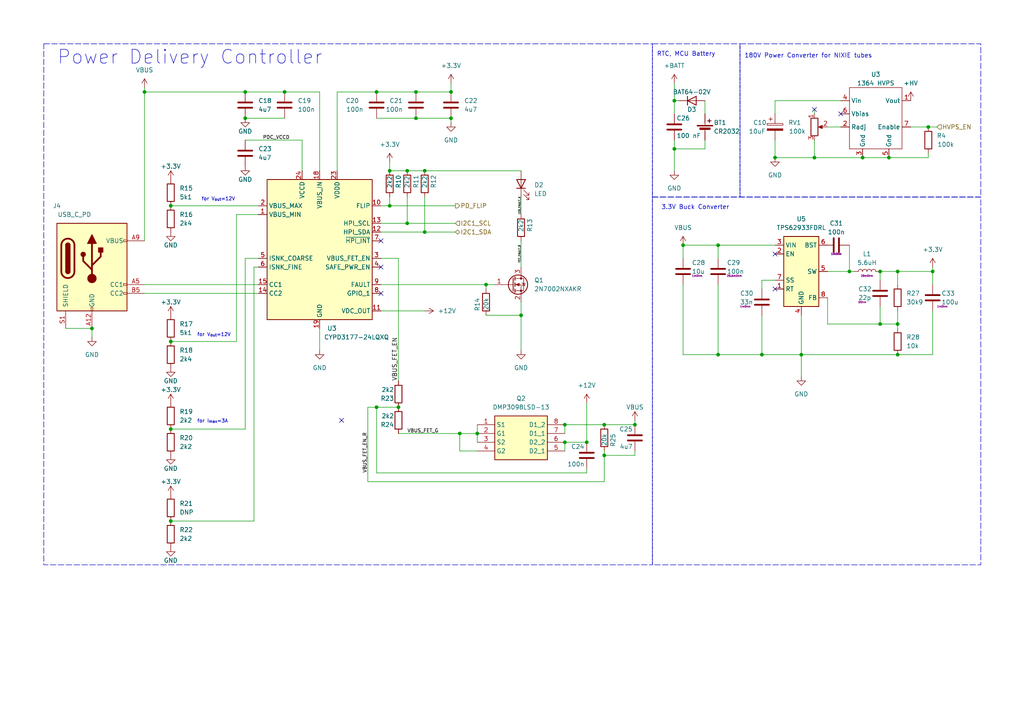
<source format=kicad_sch>
(kicad_sch (version 20230121) (generator eeschema)
  (paper "A4")
  (lib_symbols
    (symbol "Connector:USB_C_Receptacle_PowerOnly_6P" (pin_names (offset 1.016))
      (property "Reference" "J" (at 0 16.51 0))
      (property "Value" "USB_C_Receptacle_PowerOnly_6P" (at 0 13.97 0))
      (symbol "USB_C_Receptacle_PowerOnly_6P_0_0"
        (rectangle (start -0.254 -12.7) (end 0.254 -11.684))
        (rectangle (start 10.16 -7.366) (end 9.144 -7.874))
        (rectangle (start 10.16 -4.826) (end 9.144 -5.334))
        (rectangle (start 10.16 7.874) (end 9.144 7.366))
      )
      (symbol "USB_C_Receptacle_PowerOnly_6P_0_1"
        (rectangle (start -10.16 12.7) (end 10.16 -12.7) (stroke (width 0.254)) (fill (type background)))
        (arc (start -8.89 -1.27) (mid -6.985 -3.1667) (end -5.08 -1.27) (stroke (width 0.508)))
        (arc (start -7.62 -1.27) (mid -6.985 -1.9023) (end -6.35 -1.27) (stroke (width 0.254)))
        (arc (start -7.62 -1.27) (mid -6.985 -1.9023) (end -6.35 -1.27) (stroke (width 0.254)) (fill (type outline)))
        (rectangle (start -7.62 -1.27) (end -6.35 6.35) (stroke (width 0.254)) (fill (type outline)))
        (arc (start -6.35 6.35) (mid -6.985 6.9823) (end -7.62 6.35) (stroke (width 0.254)))
        (arc (start -6.35 6.35) (mid -6.985 6.9823) (end -7.62 6.35) (stroke (width 0.254)) (fill (type outline)))
        (arc (start -5.08 6.35) (mid -6.985 8.2467) (end -8.89 6.35) (stroke (width 0.508)))
        (circle (center -2.54 3.683) (radius 0.635) (stroke (width 0.254)) (fill (type outline)))
        (circle (center 0 -3.302) (radius 1.27) (fill (type outline)))
        (polyline (pts (xy -8.89 -1.27) (xy -8.89 6.35)) (stroke (width 0.508)))
        (polyline (pts (xy -5.08 6.35) (xy -5.08 -1.27)) (stroke (width 0.508)))
        (polyline (pts (xy 0 -3.302) (xy 0 6.858)) (stroke (width 0.508)))
        (polyline (pts (xy 0 -0.762) (xy -2.54 1.778) (xy -2.54 3.048)) (stroke (width 0.508)))
        (polyline (pts (xy 0 0.508) (xy 2.54 3.048) (xy 2.54 4.318)) (stroke (width 0.508)))
        (polyline (pts (xy -1.27 6.858) (xy 0 9.398) (xy 1.27 6.858) (xy -1.27 6.858)) (stroke (width 0.254)) (fill (type outline)))
        (rectangle (start 1.905 4.318) (end 3.175 5.588) (stroke (width 0.254)) (fill (type outline)))
      )
      (symbol "USB_C_Receptacle_PowerOnly_6P_1_1"
        (pin passive line (at 0 -17.78 90) (length 5.08) (name "GND") (number "A12"))
        (pin bidirectional line (at 15.24 -5.08 180) (length 5.08) (name "CC1") (number "A5"))
        (pin passive line (at 15.24 7.62 180) (length 5.08) (name "VBUS") (number "A9"))
        (pin passive line (at 0 -17.78 90) (length 5.08) hide (name "GND") (number "B12"))
        (pin bidirectional line (at 15.24 -7.62 180) (length 5.08) (name "CC2") (number "B5"))
        (pin passive line (at 15.24 7.62 180) (length 5.08) hide (name "VBUS") (number "B9"))
        (pin passive line (at -7.62 -17.78 90) (length 5.08) (name "SHIELD") (number "S1"))
      )
    )
    (symbol "Device:Battery_Cell" (pin_numbers hide) (pin_names (offset 0) hide)
      (property "Reference" "BT" (at 2.54 2.54 0))
      (property "Value" "Battery_Cell" (at 2.54 0 0))
      (symbol "Battery_Cell_0_1"
        (rectangle (start -2.286 1.778) (end 2.286 1.524) (fill (type outline)))
        (rectangle (start -1.524 1.016) (end 1.524 0.508) (fill (type outline)))
        (polyline (pts (xy 0 0.762) (xy 0 0)))
        (polyline (pts (xy 0 1.778) (xy 0 2.54)))
        (polyline (pts (xy 0.762 3.048) (xy 1.778 3.048)) (stroke (width 0.254)))
        (polyline (pts (xy 1.27 3.556) (xy 1.27 2.54)) (stroke (width 0.254)))
      )
      (symbol "Battery_Cell_1_1"
        (pin passive line (at 0 5.08 270) (length 2.54) (name "+") (number "1"))
        (pin passive line (at 0 -2.54 90) (length 2.54) (name "-") (number "2"))
      )
    )
    (symbol "Device:C" (pin_numbers hide) (pin_names (offset 0.254))
      (property "Reference" "C" (at 0.635 2.54 0))
      (property "Value" "C" (at 0.635 -2.54 0))
      (symbol "C_0_1"
        (polyline (pts (xy -2.032 -0.762) (xy 2.032 -0.762)) (stroke (width 0.508)))
        (polyline (pts (xy -2.032 0.762) (xy 2.032 0.762)) (stroke (width 0.508)))
      )
      (symbol "C_1_1"
        (pin passive line (at 0 3.81 270) (length 2.794) (name "~") (number "1"))
        (pin passive line (at 0 -3.81 90) (length 2.794) (name "~") (number "2"))
      )
    )
    (symbol "Device:C_Polarized" (pin_numbers hide) (pin_names (offset 0.254))
      (property "Reference" "C" (at 0.635 2.54 0))
      (property "Value" "C_Polarized" (at 0.635 -2.54 0))
      (symbol "C_Polarized_0_1"
        (rectangle (start -2.286 0.508) (end 2.286 1.016))
        (polyline (pts (xy -1.778 2.286) (xy -0.762 2.286)))
        (polyline (pts (xy -1.27 2.794) (xy -1.27 1.778)))
        (rectangle (start 2.286 -0.508) (end -2.286 -1.016) (fill (type outline)))
      )
      (symbol "C_Polarized_1_1"
        (pin passive line (at 0 3.81 270) (length 2.794) (name "~") (number "1"))
        (pin passive line (at 0 -3.81 90) (length 2.794) (name "~") (number "2"))
      )
    )
    (symbol "Device:D" (pin_numbers hide) (pin_names (offset 1.016) hide)
      (property "Reference" "D" (at 0 2.54 0))
      (property "Value" "D" (at 0 -2.54 0))
      (symbol "D_0_1"
        (polyline (pts (xy -1.27 1.27) (xy -1.27 -1.27)) (stroke (width 0.254)))
        (polyline (pts (xy 1.27 0) (xy -1.27 0)))
        (polyline (pts (xy 1.27 1.27) (xy 1.27 -1.27) (xy -1.27 0) (xy 1.27 1.27)) (stroke (width 0.254)))
      )
      (symbol "D_1_1"
        (pin passive line (at -3.81 0 0) (length 2.54) (name "K") (number "1"))
        (pin passive line (at 3.81 0 180) (length 2.54) (name "A") (number "2"))
      )
    )
    (symbol "Device:L" (pin_numbers hide) (pin_names (offset 1.016) hide)
      (property "Reference" "L" (at -1.27 0 90))
      (property "Value" "L" (at 1.905 0 90))
      (symbol "L_0_1"
        (arc (start 0 -2.54) (mid 0.6323 -1.905) (end 0 -1.27))
        (arc (start 0 -1.27) (mid 0.6323 -0.635) (end 0 0))
        (arc (start 0 0) (mid 0.6323 0.635) (end 0 1.27))
        (arc (start 0 1.27) (mid 0.6323 1.905) (end 0 2.54))
      )
      (symbol "L_1_1"
        (pin passive line (at 0 3.81 270) (length 1.27) (name "1") (number "1"))
        (pin passive line (at 0 -3.81 90) (length 1.27) (name "2") (number "2"))
      )
    )
    (symbol "Device:LED" (pin_numbers hide) (pin_names (offset 1.016) hide)
      (property "Reference" "D" (at 0 2.54 0))
      (property "Value" "LED" (at 0 -2.54 0))
      (symbol "LED_0_1"
        (polyline (pts (xy -1.27 -1.27) (xy -1.27 1.27)) (stroke (width 0.254)))
        (polyline (pts (xy -1.27 0) (xy 1.27 0)))
        (polyline (pts (xy 1.27 -1.27) (xy 1.27 1.27) (xy -1.27 0) (xy 1.27 -1.27)) (stroke (width 0.254)))
        (polyline (pts (xy -3.048 -0.762) (xy -4.572 -2.286) (xy -3.81 -2.286) (xy -4.572 -2.286) (xy -4.572 -1.524)))
        (polyline (pts (xy -1.778 -0.762) (xy -3.302 -2.286) (xy -2.54 -2.286) (xy -3.302 -2.286) (xy -3.302 -1.524)))
      )
      (symbol "LED_1_1"
        (pin passive line (at -3.81 0 0) (length 2.54) (name "K") (number "1"))
        (pin passive line (at 3.81 0 180) (length 2.54) (name "A") (number "2"))
      )
    )
    (symbol "Device:R" (pin_numbers hide) (pin_names (offset 0))
      (property "Reference" "R" (at 2.032 0 90))
      (property "Value" "R" (at 0 0 90))
      (symbol "R_0_1"
        (rectangle (start -1.016 -2.54) (end 1.016 2.54) (stroke (width 0.254)))
      )
      (symbol "R_1_1"
        (pin passive line (at 0 3.81 270) (length 1.27) (name "~") (number "1"))
        (pin passive line (at 0 -3.81 90) (length 1.27) (name "~") (number "2"))
      )
    )
    (symbol "Device:R_Potentiometer" (pin_names (offset 1.016) hide)
      (property "Reference" "RV" (at -4.445 0 90))
      (property "Value" "R_Potentiometer" (at -2.54 0 90))
      (symbol "R_Potentiometer_0_1"
        (polyline (pts (xy 2.54 0) (xy 1.524 0)))
        (polyline (pts (xy 1.143 0) (xy 2.286 0.508) (xy 2.286 -0.508) (xy 1.143 0)) (fill (type outline)))
        (rectangle (start 1.016 2.54) (end -1.016 -2.54) (stroke (width 0.254)))
      )
      (symbol "R_Potentiometer_1_1"
        (pin passive line (at 0 3.81 270) (length 1.27) (name "1") (number "1"))
        (pin passive line (at 3.81 0 180) (length 1.27) (name "2") (number "2"))
        (pin passive line (at 0 -3.81 90) (length 1.27) (name "3") (number "3"))
      )
    )
    (symbol "FET_Power:DMP3098LSD-13"
      (property "Reference" "Q" (at 21.59 7.62 0))
      (property "Value" "DMP3098LSD-13" (at 21.59 5.08 0))
      (symbol "DMP3098LSD-13_1_1"
        (rectangle (start 5.08 2.54) (end 20.32 -10.16) (stroke (width 0.254)) (fill (type background)))
        (pin passive line (at 0 0 0) (length 5.08) (name "S1") (number "1"))
        (pin passive line (at 0 -2.54 0) (length 5.08) (name "G1") (number "2"))
        (pin passive line (at 0 -5.08 0) (length 5.08) (name "S2") (number "3"))
        (pin passive line (at 0 -7.62 0) (length 5.08) (name "G2") (number "4"))
        (pin passive line (at 25.4 -7.62 180) (length 5.08) (name "D2_1") (number "5"))
        (pin passive line (at 25.4 -5.08 180) (length 5.08) (name "D2_2") (number "6"))
        (pin passive line (at 25.4 -2.54 180) (length 5.08) (name "D1_1") (number "7"))
        (pin passive line (at 25.4 0 180) (length 5.08) (name "D1_2") (number "8"))
      )
    )
    (symbol "Interface_USB:CYPD3177-24LQ"
      (property "Reference" "U" (at -13.97 21.59 0))
      (property "Value" "CYPD3177-24LQ" (at 10.16 -21.59 0))
      (symbol "CYPD3177-24LQ_0_1"
        (rectangle (start -15.24 20.32) (end 15.24 -20.32) (stroke (width 0.254)) (fill (type background)))
      )
      (symbol "CYPD3177-24LQ_1_1"
        (pin input line (at -17.78 10.16 0) (length 2.54) (name "VBUS_MIN") (number "1"))
        (pin output line (at 17.78 12.7 180) (length 2.54) (name "FLIP") (number "10"))
        (pin output line (at 17.78 -17.78 180) (length 2.54) (name "VDC_OUT") (number "11"))
        (pin bidirectional line (at 17.78 5.08 180) (length 2.54) (name "HPI_SDA") (number "12"))
        (pin bidirectional line (at 17.78 7.62 180) (length 2.54) (name "HPI_SCL") (number "13"))
        (pin bidirectional line (at -17.78 -12.7 0) (length 2.54) (name "CC2") (number "14"))
        (pin bidirectional line (at -17.78 -10.16 0) (length 2.54) (name "CC1") (number "15"))
        (pin no_connect line (at -15.24 2.54 0) (length 2.54) hide (name "NC") (number "16"))
        (pin no_connect line (at -15.24 5.08 0) (length 2.54) hide (name "NC") (number "17"))
        (pin power_in line (at 0 22.86 270) (length 2.54) (name "VBUS_IN") (number "18"))
        (pin power_in line (at 0 -22.86 90) (length 2.54) (name "GND") (number "19"))
        (pin input line (at -17.78 12.7 0) (length 2.54) (name "VBUS_MAX") (number "2"))
        (pin no_connect line (at 15.24 17.78 180) (length 2.54) hide (name "NC") (number "20"))
        (pin no_connect line (at 15.24 15.24 180) (length 2.54) hide (name "NC") (number "21"))
        (pin passive line (at 0 -22.86 90) (length 2.54) hide (name "GND") (number "22"))
        (pin power_out line (at 5.08 22.86 270) (length 2.54) (name "VDDD") (number "23"))
        (pin power_out line (at -5.08 22.86 270) (length 2.54) (name "VCCD") (number "24"))
        (pin passive line (at 0 -22.86 90) (length 2.54) hide (name "GND") (number "25"))
        (pin output line (at 17.78 -2.54 180) (length 2.54) (name "VBUS_FET_EN") (number "3"))
        (pin output line (at 17.78 -5.08 180) (length 2.54) (name "SAFE_PWR_EN") (number "4"))
        (pin input line (at -17.78 -2.54 0) (length 2.54) (name "ISNK_COARSE") (number "5"))
        (pin input line (at -17.78 -5.08 0) (length 2.54) (name "ISNK_FINE") (number "6"))
        (pin input line (at 17.78 2.54 180) (length 2.54) (name "~{HPI_INT}") (number "7"))
        (pin bidirectional line (at 17.78 -12.7 180) (length 2.54) (name "GPIO_1") (number "8"))
        (pin output line (at 17.78 -10.16 180) (length 2.54) (name "FAULT") (number "9"))
      )
    )
    (symbol "Project:+HV" (power) (pin_names (offset 0))
      (property "Value" "+HV" (at 0 3.556 0))
      (symbol "+HV_0_1"
        (polyline (pts (xy -0.762 1.27) (xy 0 2.54)))
        (polyline (pts (xy 0 0) (xy 0 2.54)))
        (polyline (pts (xy 0 2.54) (xy 0.762 1.27)))
      )
      (symbol "+HV_1_1"
        (pin power_in line (at 0 0 90) (length 0) hide (name "+HV") (number "1"))
      )
    )
    (symbol "Regulator_Switching:TPS62933"
      (property "Reference" "U" (at 0 13.97 0))
      (property "Value" "TPS62933" (at 0 11.43 0))
      (symbol "TPS62933_0_1"
        (rectangle (start -5.08 10.16) (end 5.08 -10.16) (stroke (width 0.254)) (fill (type background)))
      )
      (symbol "TPS62933_1_1"
        (pin passive line (at -7.62 -5.08 0) (length 2.54) (name "RT") (number "1"))
        (pin input line (at -7.62 5.08 0) (length 2.54) (name "EN") (number "2"))
        (pin power_in line (at -7.62 7.62 0) (length 2.54) (name "VIN") (number "3"))
        (pin power_in line (at 0 -12.7 90) (length 2.54) (name "GND") (number "4"))
        (pin output line (at 7.62 0 180) (length 2.54) (name "SW") (number "5"))
        (pin passive line (at 7.62 7.62 180) (length 2.54) (name "BST") (number "6"))
        (pin passive line (at -7.62 -2.54 0) (length 2.54) (name "SS") (number "7"))
        (pin input line (at 7.62 -7.62 180) (length 2.54) (name "FB") (number "8"))
      )
    )
    (symbol "Transistor_FET:2N7002" (pin_names hide)
      (property "Reference" "Q" (at 5.08 1.905 0))
      (property "Value" "2N7002" (at 5.08 0 0))
      (symbol "2N7002_0_1"
        (polyline (pts (xy 0.254 0) (xy -2.54 0)))
        (polyline (pts (xy 0.254 1.905) (xy 0.254 -1.905)) (stroke (width 0.254)))
        (polyline (pts (xy 0.762 -1.27) (xy 0.762 -2.286)) (stroke (width 0.254)))
        (polyline (pts (xy 0.762 0.508) (xy 0.762 -0.508)) (stroke (width 0.254)))
        (polyline (pts (xy 0.762 2.286) (xy 0.762 1.27)) (stroke (width 0.254)))
        (polyline (pts (xy 2.54 2.54) (xy 2.54 1.778)))
        (polyline (pts (xy 2.54 -2.54) (xy 2.54 0) (xy 0.762 0)))
        (polyline (pts (xy 0.762 -1.778) (xy 3.302 -1.778) (xy 3.302 1.778) (xy 0.762 1.778)))
        (polyline (pts (xy 1.016 0) (xy 2.032 0.381) (xy 2.032 -0.381) (xy 1.016 0)) (fill (type outline)))
        (polyline (pts (xy 2.794 0.508) (xy 2.921 0.381) (xy 3.683 0.381) (xy 3.81 0.254)))
        (polyline (pts (xy 3.302 0.381) (xy 2.921 -0.254) (xy 3.683 -0.254) (xy 3.302 0.381)))
        (circle (center 1.651 0) (radius 2.794) (stroke (width 0.254)))
        (circle (center 2.54 -1.778) (radius 0.254) (fill (type outline)))
        (circle (center 2.54 1.778) (radius 0.254) (fill (type outline)))
      )
      (symbol "2N7002_1_1"
        (pin input line (at -5.08 0 0) (length 2.54) (name "G") (number "1"))
        (pin passive line (at 2.54 -5.08 90) (length 2.54) (name "S") (number "2"))
        (pin passive line (at 2.54 5.08 270) (length 2.54) (name "D") (number "3"))
      )
    )
    (symbol "nixie_clock:1364_HVPS"
      (property "Reference" "U3" (at 0 11.43 0))
      (property "Value" "1364 HVPS" (at 0 8.89 0))
      (symbol "1364_HVPS_0_1"
        (rectangle (start -7.62 7.62) (end 7.62 -10.16))
      )
      (symbol "1364_HVPS_1_1"
        (pin power_out line (at 10.16 3.81 180) (length 2.54) (name "Vout") (number "1"))
        (pin input line (at -10.16 -3.81 0) (length 2.54) (name "Radj") (number "2"))
        (pin power_in line (at -3.81 -12.7 90) (length 2.54) (name "Gnd") (number "3"))
        (pin power_in line (at -10.16 3.81 0) (length 2.54) (name "Vin") (number "4"))
        (pin power_in line (at 3.81 -12.7 90) (length 2.54) (name "Gnd") (number "5"))
        (pin input line (at -10.16 0 0) (length 2.54) (name "Vbias") (number "6"))
        (pin input line (at 10.16 -3.81 180) (length 2.54) (name "Enable") (number "7"))
      )
    )
    (symbol "power:+12V" (power) (pin_names (offset 0))
      (property "Value" "+12V" (at 0 3.556 0))
      (symbol "+12V_0_1"
        (polyline (pts (xy -0.762 1.27) (xy 0 2.54)))
        (polyline (pts (xy 0 0) (xy 0 2.54)))
        (polyline (pts (xy 0 2.54) (xy 0.762 1.27)))
      )
      (symbol "+12V_1_1"
        (pin power_in line (at 0 0 90) (length 0) hide (name "+12V") (number "1"))
      )
    )
    (symbol "power:+3.3V" (power) (pin_names (offset 0))
      (property "Value" "+3.3V" (at 0 3.556 0))
      (symbol "+3.3V_0_1"
        (polyline (pts (xy -0.762 1.27) (xy 0 2.54)))
        (polyline (pts (xy 0 0) (xy 0 2.54)))
        (polyline (pts (xy 0 2.54) (xy 0.762 1.27)))
      )
      (symbol "+3.3V_1_1"
        (pin power_in line (at 0 0 90) (length 0) hide (name "+3.3V") (number "1"))
      )
    )
    (symbol "power:+BATT" (power) (pin_names (offset 0))
      (property "Value" "+BATT" (at 0 3.556 0))
      (symbol "+BATT_0_1"
        (polyline (pts (xy -0.762 1.27) (xy 0 2.54)))
        (polyline (pts (xy 0 0) (xy 0 2.54)))
        (polyline (pts (xy 0 2.54) (xy 0.762 1.27)))
      )
      (symbol "+BATT_1_1"
        (pin power_in line (at 0 0 90) (length 0) hide (name "+BATT") (number "1"))
      )
    )
    (symbol "power:GND" (power) (pin_names (offset 0))
      (property "Value" "GND" (at 0 -3.81 0))
      (symbol "GND_0_1"
        (polyline (pts (xy 0 0) (xy 0 -1.27) (xy 1.27 -1.27) (xy 0 -2.54) (xy -1.27 -1.27) (xy 0 -1.27)))
      )
      (symbol "GND_1_1"
        (pin power_in line (at 0 0 270) (length 0) hide (name "GND") (number "1"))
      )
    )
    (symbol "power:VBUS" (power) (pin_names (offset 0))
      (property "Value" "VBUS" (at 0 3.81 0))
      (symbol "VBUS_0_1"
        (polyline (pts (xy -0.762 1.27) (xy 0 2.54)))
        (polyline (pts (xy 0 0) (xy 0 2.54)))
        (polyline (pts (xy 0 2.54) (xy 0.762 1.27)))
      )
      (symbol "VBUS_1_1"
        (pin power_in line (at 0 0 90) (length 0) hide (name "VBUS") (number "1"))
      )
    )
  )
  (junction (at 123.19 49.53))
  (junction (at 26.67 95.25))
  (junction (at 255.27 93.98))
  (junction (at 118.11 64.77))
  (junction (at 115.57 118.11))
  (junction (at 170.18 128.27))
  (junction (at 270.51 78.74))
  (junction (at 49.53 151.13))
  (junction (at 133.35 125.73))
  (junction (at 224.79 45.72))
  (junction (at 71.12 26.67))
  (junction (at 269.24 36.83))
  (junction (at 123.19 67.31))
  (junction (at 49.53 124.46))
  (junction (at 175.26 132.08))
  (junction (at 260.35 102.87))
  (junction (at 138.43 125.73))
  (junction (at 113.03 59.69))
  (junction (at 175.26 123.19))
  (junction (at 195.58 43.18))
  (junction (at 130.81 26.67))
  (junction (at 140.97 82.55))
  (junction (at 236.22 45.72))
  (junction (at 257.81 45.72))
  (junction (at 246.38 78.74))
  (junction (at 109.22 118.11))
  (junction (at 113.03 49.53))
  (junction (at 41.91 26.67))
  (junction (at 71.12 34.29))
  (junction (at 82.55 26.67))
  (junction (at 120.65 34.29))
  (junction (at 255.27 78.74))
  (junction (at 208.28 102.87))
  (junction (at 220.98 102.87))
  (junction (at 260.35 78.74))
  (junction (at 184.15 123.19))
  (junction (at 49.53 59.69))
  (junction (at 198.12 71.12))
  (junction (at 208.28 71.12))
  (junction (at 260.35 93.98))
  (junction (at 195.58 29.21))
  (junction (at 130.81 34.29))
  (junction (at 49.53 99.06))
  (junction (at 109.22 26.67))
  (junction (at 151.13 91.44))
  (junction (at 232.41 102.87))
  (junction (at 120.65 26.67))
  (junction (at 163.83 128.27))
  (junction (at 250.19 45.72))
  (junction (at 163.83 123.19))
  (junction (at 118.11 49.53))
  (no_connect (at 224.79 83.82))
  (no_connect (at 236.22 31.75))
  (no_connect (at 243.84 33.02))
  (no_connect (at 99.06 121.92))
  (no_connect (at 224.79 73.66))
  (no_connect (at 110.49 85.09))
  (no_connect (at 110.49 69.85))
  (no_connect (at 110.49 77.47))
  (wire (pts (xy 238.76 71.12) (xy 240.03 71.12)))
  (wire (pts (xy 255.27 93.98) (xy 255.27 88.9)))
  (wire (pts (xy 133.35 125.73) (xy 133.35 130.81)))
  (wire (pts (xy 170.18 116.84) (xy 170.18 128.27)))
  (wire (pts (xy 198.12 82.55) (xy 198.12 102.87)))
  (wire (pts (xy 74.93 62.23) (xy 68.58 62.23)))
  (wire (pts (xy 110.49 59.69) (xy 113.03 59.69)))
  (wire (pts (xy 140.97 82.55) (xy 143.51 82.55)))
  (wire (pts (xy 195.58 29.21) (xy 195.58 33.02)))
  (wire (pts (xy 41.91 25.4) (xy 41.91 26.67)))
  (wire (pts (xy 255.27 93.98) (xy 260.35 93.98)))
  (wire (pts (xy 184.15 123.19) (xy 175.26 123.19)))
  (wire (pts (xy 175.26 139.7) (xy 106.68 139.7)))
  (wire (pts (xy 113.03 49.53) (xy 118.11 49.53)))
  (wire (pts (xy 41.91 26.67) (xy 41.91 69.85)))
  (wire (pts (xy 140.97 83.82) (xy 140.97 82.55)))
  (wire (pts (xy 170.18 137.16) (xy 170.18 135.89)))
  (wire (pts (xy 163.83 128.27) (xy 163.83 130.81)))
  (wire (pts (xy 257.81 45.72) (xy 269.24 45.72)))
  (wire (pts (xy 87.63 49.53) (xy 87.63 40.64)))
  (wire (pts (xy 109.22 118.11) (xy 115.57 118.11)))
  (wire (pts (xy 163.83 123.19) (xy 163.83 125.73)))
  (wire (pts (xy 236.22 40.64) (xy 236.22 45.72)))
  (wire (pts (xy 270.51 90.17) (xy 270.51 102.87)))
  (wire (pts (xy 198.12 71.12) (xy 198.12 74.93)))
  (wire (pts (xy 224.79 45.72) (xy 236.22 45.72)))
  (wire (pts (xy 204.47 33.02) (xy 204.47 29.21)))
  (wire (pts (xy 92.71 26.67) (xy 92.71 49.53)))
  (wire (pts (xy 269.24 45.72) (xy 269.24 44.45)))
  (wire (pts (xy 208.28 82.55) (xy 208.28 102.87)))
  (wire (pts (xy 220.98 91.44) (xy 220.98 102.87)))
  (wire (pts (xy 110.49 90.17) (xy 123.19 90.17)))
  (wire (pts (xy 232.41 91.44) (xy 232.41 102.87)))
  (wire (pts (xy 246.38 78.74) (xy 247.65 78.74)))
  (wire (pts (xy 208.28 102.87) (xy 220.98 102.87)))
  (wire (pts (xy 255.27 78.74) (xy 260.35 78.74)))
  (wire (pts (xy 97.79 26.67) (xy 97.79 49.53)))
  (wire (pts (xy 163.83 128.27) (xy 170.18 128.27)))
  (wire (pts (xy 106.68 118.11) (xy 109.22 118.11)))
  (wire (pts (xy 151.13 69.85) (xy 151.13 77.47)))
  (wire (pts (xy 224.79 40.64) (xy 224.79 45.72)))
  (wire (pts (xy 260.35 90.17) (xy 260.35 93.98)))
  (wire (pts (xy 92.71 26.67) (xy 82.55 26.67)))
  (wire (pts (xy 113.03 59.69) (xy 132.08 59.69)))
  (wire (pts (xy 73.66 77.47) (xy 74.93 77.47)))
  (wire (pts (xy 240.03 78.74) (xy 246.38 78.74)))
  (wire (pts (xy 198.12 71.12) (xy 208.28 71.12)))
  (wire (pts (xy 232.41 102.87) (xy 260.35 102.87)))
  (wire (pts (xy 118.11 57.15) (xy 118.11 64.77)))
  (wire (pts (xy 175.26 130.81) (xy 175.26 132.08)))
  (wire (pts (xy 208.28 71.12) (xy 208.28 74.93)))
  (wire (pts (xy 115.57 125.73) (xy 133.35 125.73)))
  (wire (pts (xy 240.03 36.83) (xy 243.84 36.83)))
  (wire (pts (xy 195.58 40.64) (xy 195.58 43.18)))
  (wire (pts (xy 130.81 34.29) (xy 120.65 34.29)))
  (wire (pts (xy 109.22 26.67) (xy 97.79 26.67)))
  (wire (pts (xy 175.26 132.08) (xy 175.26 139.7)))
  (wire (pts (xy 151.13 91.44) (xy 151.13 101.6)))
  (wire (pts (xy 270.51 77.47) (xy 270.51 78.74)))
  (wire (pts (xy 82.55 26.67) (xy 71.12 26.67)))
  (wire (pts (xy 220.98 102.87) (xy 232.41 102.87)))
  (wire (pts (xy 224.79 29.21) (xy 243.84 29.21)))
  (wire (pts (xy 110.49 82.55) (xy 140.97 82.55)))
  (wire (pts (xy 41.91 26.67) (xy 71.12 26.67)))
  (wire (pts (xy 232.41 109.22) (xy 232.41 102.87)))
  (wire (pts (xy 260.35 78.74) (xy 270.51 78.74)))
  (wire (pts (xy 120.65 26.67) (xy 109.22 26.67)))
  (wire (pts (xy 195.58 43.18) (xy 204.47 43.18)))
  (wire (pts (xy 240.03 93.98) (xy 255.27 93.98)))
  (wire (pts (xy 151.13 57.15) (xy 151.13 62.23)))
  (wire (pts (xy 270.51 102.87) (xy 260.35 102.87)))
  (wire (pts (xy 123.19 67.31) (xy 132.08 67.31)))
  (wire (pts (xy 130.81 24.13) (xy 130.81 26.67)))
  (wire (pts (xy 49.53 59.69) (xy 74.93 59.69)))
  (wire (pts (xy 195.58 49.53) (xy 195.58 43.18)))
  (wire (pts (xy 260.35 95.25) (xy 260.35 93.98)))
  (wire (pts (xy 123.19 49.53) (xy 151.13 49.53)))
  (wire (pts (xy 184.15 132.08) (xy 175.26 132.08)))
  (wire (pts (xy 208.28 71.12) (xy 224.79 71.12)))
  (wire (pts (xy 250.19 45.72) (xy 257.81 45.72)))
  (wire (pts (xy 264.16 36.83) (xy 269.24 36.83)))
  (wire (pts (xy 151.13 87.63) (xy 151.13 91.44)))
  (wire (pts (xy 71.12 34.29) (xy 82.55 34.29)))
  (wire (pts (xy 270.51 78.74) (xy 270.51 82.55)))
  (wire (pts (xy 220.98 81.28) (xy 224.79 81.28)))
  (wire (pts (xy 184.15 121.92) (xy 184.15 123.19)))
  (wire (pts (xy 109.22 137.16) (xy 109.22 118.11)))
  (wire (pts (xy 71.12 74.93) (xy 71.12 124.46)))
  (wire (pts (xy 49.53 151.13) (xy 73.66 151.13)))
  (wire (pts (xy 269.24 36.83) (xy 271.78 36.83)))
  (wire (pts (xy 41.91 85.09) (xy 74.93 85.09)))
  (wire (pts (xy 68.58 99.06) (xy 49.53 99.06)))
  (wire (pts (xy 198.12 102.87) (xy 208.28 102.87)))
  (wire (pts (xy 255.27 81.28) (xy 255.27 78.74)))
  (wire (pts (xy 120.65 34.29) (xy 109.22 34.29)))
  (wire (pts (xy 113.03 57.15) (xy 113.03 59.69)))
  (wire (pts (xy 196.85 29.21) (xy 195.58 29.21)))
  (wire (pts (xy 138.43 130.81) (xy 133.35 130.81)))
  (wire (pts (xy 246.38 71.12) (xy 246.38 78.74)))
  (wire (pts (xy 133.35 125.73) (xy 138.43 125.73)))
  (wire (pts (xy 163.83 123.19) (xy 175.26 123.19)))
  (wire (pts (xy 236.22 45.72) (xy 250.19 45.72)))
  (wire (pts (xy 170.18 137.16) (xy 109.22 137.16)))
  (wire (pts (xy 260.35 82.55) (xy 260.35 78.74)))
  (wire (pts (xy 92.71 101.6) (xy 92.71 95.25)))
  (wire (pts (xy 224.79 29.21) (xy 224.79 33.02)))
  (wire (pts (xy 130.81 34.29) (xy 130.81 35.56)))
  (wire (pts (xy 236.22 31.75) (xy 236.22 33.02)))
  (wire (pts (xy 118.11 49.53) (xy 123.19 49.53)))
  (wire (pts (xy 130.81 26.67) (xy 120.65 26.67)))
  (wire (pts (xy 123.19 57.15) (xy 123.19 67.31)))
  (wire (pts (xy 115.57 74.93) (xy 115.57 110.49)))
  (wire (pts (xy 71.12 74.93) (xy 74.93 74.93)))
  (wire (pts (xy 220.98 83.82) (xy 220.98 81.28)))
  (wire (pts (xy 138.43 125.73) (xy 138.43 128.27)))
  (wire (pts (xy 240.03 93.98) (xy 240.03 86.36)))
  (wire (pts (xy 118.11 64.77) (xy 132.08 64.77)))
  (wire (pts (xy 195.58 24.13) (xy 195.58 29.21)))
  (wire (pts (xy 110.49 74.93) (xy 115.57 74.93)))
  (wire (pts (xy 41.91 82.55) (xy 74.93 82.55)))
  (wire (pts (xy 73.66 77.47) (xy 73.66 151.13)))
  (wire (pts (xy 113.03 46.99) (xy 113.03 49.53)))
  (wire (pts (xy 110.49 67.31) (xy 123.19 67.31)))
  (wire (pts (xy 68.58 62.23) (xy 68.58 99.06)))
  (wire (pts (xy 87.63 40.64) (xy 71.12 40.64)))
  (wire (pts (xy 184.15 132.08) (xy 184.15 130.81)))
  (wire (pts (xy 71.12 124.46) (xy 49.53 124.46)))
  (wire (pts (xy 106.68 139.7) (xy 106.68 118.11)))
  (wire (pts (xy 140.97 91.44) (xy 151.13 91.44)))
  (wire (pts (xy 19.05 95.25) (xy 26.67 95.25)))
  (wire (pts (xy 138.43 123.19) (xy 138.43 125.73)))
  (wire (pts (xy 204.47 40.64) (xy 204.47 43.18)))
  (wire (pts (xy 26.67 97.79) (xy 26.67 95.25)))
  (wire (pts (xy 110.49 64.77) (xy 118.11 64.77)))
  (rectangle (start 12.7 12.7) (end 189.23 163.83) (stroke (width 0) (type dash)))
  (rectangle (start 214.63 12.7) (end 284.48 57.15) (stroke (width 0) (type dash)))
  (rectangle (start 189.23 12.7) (end 214.63 57.15) (stroke (width 0) (type dash)))
  (rectangle (start 189.23 57.15) (end 284.48 163.83) (stroke (width 0) (type dash)))
  (text "Power Delivery Controller\n" (at 16.51 19.05 0) (effects (font (size 4 4)) (justify left bottom)))
  (text "for V_{out}=12V\n" (at 58.42 58.42 0) (effects (font (size 1 1)) (justify left bottom)))
  (text "3.3V Buck Converter\n" (at 191.77 60.96 0) (effects (font (size 1.27 1.27)) (justify left bottom)))
  (text "RTC, MCU Battery\n" (at 190.5 16.51 0) (effects (font (size 1.27 1.27)) (justify left bottom)))
  (text "180V Power Converter for NIXIE tubes\n\n" (at 215.9 19.05 0) (effects (font (size 1.27 1.27)) (justify left bottom)))
  (text "for V_{out}=12V\n" (at 57.15 97.79 0) (effects (font (size 1 1)) (justify left bottom)))
  (text "for I_{max}=3A\n\n" (at 57.15 124.46 0) (effects (font (size 1 1)) (justify left bottom)))
  (label "VBUS_FET_EN_R" (at 106.68 137.16 90) (effects (font (size 1 1))))
  (label "VBUS_FET_G" (at 118.11 125.73 0) (effects (font (size 1 1))))
  (label "PDC_VCCD" (at 76.2 40.64 0) (effects (font (size 1 1))))
  (label "VBUS_FET_EN" (at 115.57 110.49 90))
  (label "LED_FAULT_K" (at 151.13 62.23 90) (effects (font (size 0.54 0.54))))
  (label "FET_FAULT_D" (at 151.13 76.2 90) (effects (font (size 0.54 0.54))))
  (hierarchical_label "HVPS_EN" (shape input) (at 271.78 36.83 0))
  (hierarchical_label "I2C1_SDA" (shape bidirectional) (at 132.08 67.31 0))
  (hierarchical_label "PD_FLIP" (shape output) (at 132.08 59.69 0))
  (hierarchical_label "I2C1_SCL" (shape input) (at 132.08 64.77 0))
  (symbol (lib_id "Project:+HV") (at 264.16 29.21 0) (unit 1)
    (property "Reference" "#PWR037" (effects hide))
    (property "Value" "+HV" (at 264.16 24.13 0))
  )
  (symbol (lib_id "Interface_USB:CYPD3177-24LQ") (at 92.71 72.39 0) (unit 1)
    (property "Reference" "U3" (at 94.9041 95.25 0) (effects (justify left)))
    (property "Value" "CYPD3177-24LQXQ" (at 93.98 97.79 0) (effects (justify left)))
    (property "Footprint" "Package_DFN_QFN:QFN-24-1EP_4x4mm_P0.5mm_EP2.75x2.75mm" (effects hide))
    (property "Datasheet" "https://www.infineon.com/dgdl/Infineon-EZ-PD_BCR_Datasheet_USB_Type-C_Port_Controller_for_Power_Sinks-DataSheet-v03_00-EN.pdf?fileId=8ac78c8c7d0d8da4017d0ee7ce9d70ad" (effects hide))
  )
  (symbol (lib_id "power:GND") (at 71.12 34.29 0) (unit 1)
    (property "Reference" "#PWR010" (effects hide))
    (property "Value" "GND" (at 71.12 38.1 0))
  )
  (symbol (lib_id "Transistor_FET:2N7002") (at 148.59 82.55 0) (unit 1)
    (property "Reference" "Q1" (at 154.94 81.28 0) (effects (justify left)))
    (property "Value" "2N7002NXAKR" (at 154.94 83.82 0) (effects (justify left)))
    (property "Footprint" "Package_TO_SOT_SMD:SOT-23" (effects hide))
    (property "Datasheet" "https://www.onsemi.com/pub/Collateral/NDS7002A-D.PDF" (effects hide))
    (property "Part Number" "2N7002NXAKR" (effects hide))
  )
  (symbol (lib_id "Device:R") (at 49.53 102.87 0) (unit 1)
    (property "Reference" "R18" (at 52.07 101.6 0) (effects (justify left)))
    (property "Value" "2k4" (at 52.07 104.14 0) (effects (justify left)))
    (property "Footprint" "Resistor_SMD:R_0603_1608Metric_Pad0.98x0.95mm_HandSolder" (effects hide))
  )
  (symbol (lib_id "Device:R") (at 115.57 121.92 180) (unit 1)
    (property "Reference" "R24" (at 114.3 123.19 0) (effects (justify left)))
    (property "Value" "2k2" (at 114.3 120.65 0) (effects (justify left)))
    (property "Footprint" "Resistor_SMD:R_0603_1608Metric_Pad0.98x0.95mm_HandSolder" (effects hide))
  )
  (symbol (lib_id "Device:R") (at 49.53 128.27 0) (unit 1)
    (property "Reference" "R20" (at 52.07 127 0) (effects (justify left)))
    (property "Value" "2k2" (at 52.07 129.54 0) (effects (justify left)))
    (property "Footprint" "Resistor_SMD:R_0603_1608Metric_Pad0.98x0.95mm_HandSolder" (effects hide))
  )
  (symbol (lib_id "Device:L") (at 251.46 78.74 90) (unit 1)
    (property "Reference" "L1" (at 251.46 73.66 90))
    (property "Value" "5.6uH" (at 251.46 76.2 90))
    (property "Footprint" "Inductor_SMD:L_0603_1608Metric_Pad1.05x0.95mm_HandSolder" (effects hide))
    (property "Resistance" "20mOhm" (at 251.46 80.01 90) (effects (font (size 0.54 0.54))))
  )
  (symbol (lib_id "Device:C") (at 198.12 78.74 0) (unit 1)
    (property "Reference" "C28" (at 200.66 76.2 0) (effects (justify left)))
    (property "Value" "10u" (at 200.66 78.74 0) (effects (justify left)))
    (property "Footprint" "Capacitor_SMD:C_0603_1608Metric_Pad1.08x0.95mm_HandSolder" (effects hide))
    (property "Resistance" "1mOhm" (at 200.66 80.01 0) (effects (font (size 0.54 0.54)) (justify left)))
  )
  (symbol (lib_id "Device:R") (at 175.26 127 0) (mirror x) (unit 1)
    (property "Reference" "R25" (at 177.8 125.73 90) (effects (justify left)))
    (property "Value" "20k" (at 175.26 125.73 90) (effects (justify left)))
    (property "Footprint" "Resistor_SMD:R_0603_1608Metric_Pad0.98x0.95mm_HandSolder" (effects hide))
  )
  (symbol (lib_id "power:+3.3V") (at 49.53 52.07 0) (unit 1)
    (property "Reference" "#PWR072" (effects hide))
    (property "Value" "+3.3V" (at 49.53 48.26 0))
  )
  (symbol (lib_id "power:+BATT") (at 195.58 24.13 0) (unit 1)
    (property "Reference" "#PWR027" (effects hide))
    (property "Value" "+BATT" (at 195.58 19.05 0))
  )
  (symbol (lib_id "Device:C") (at 130.81 30.48 0) (mirror y) (unit 1)
    (property "Reference" "C22" (at 134.62 29.21 0) (effects (justify right)))
    (property "Value" "4u7" (at 134.62 31.75 0) (effects (justify right)))
    (property "Footprint" "Capacitor_SMD:C_0603_1608Metric_Pad1.08x0.95mm_HandSolder" (effects hide))
  )
  (symbol (lib_id "power:VBUS") (at 198.12 71.12 0) (unit 1)
    (property "Reference" "#PWR083" (effects hide))
    (property "Value" "VBUS" (at 198.12 66.04 0))
  )
  (symbol (lib_id "Device:C") (at 71.12 30.48 0) (unit 1)
    (property "Reference" "C18" (at 74.93 29.21 0) (effects (justify left)))
    (property "Value" "4u7" (at 74.93 31.75 0) (effects (justify left)))
    (property "Footprint" "Capacitor_SMD:C_0603_1608Metric_Pad1.08x0.95mm_HandSolder" (effects hide))
  )
  (symbol (lib_id "power:+3.3V") (at 270.51 77.47 0) (unit 1)
    (property "Reference" "#PWR082" (effects hide))
    (property "Value" "+3.3V" (at 270.51 72.39 0))
  )
  (symbol (lib_id "Device:C") (at 109.22 30.48 0) (mirror y) (unit 1)
    (property "Reference" "C20" (at 104.14 29.21 0) (effects (justify left)))
    (property "Value" "100n" (at 105.41 31.75 0) (effects (justify left)))
    (property "Footprint" "Capacitor_SMD:C_0603_1608Metric_Pad1.08x0.95mm_HandSolder" (effects hide))
  )
  (symbol (lib_id "Device:C_Polarized") (at 224.79 36.83 0) (unit 1)
    (property "Reference" "C10" (at 218.44 35.56 0) (effects (justify left)))
    (property "Value" "10uF" (at 217.17 38.1 0) (effects (justify left)))
    (property "Footprint" "Capacitor_Tantalum_SMD:CP_EIA-6032-15_Kemet-U_Pad2.25x2.35mm_HandSolder" (effects hide))
    (instances (project "nixie_clock" (path "" (reference "C10") (unit 1)) (path "" (reference "C9") (unit 1)) (path "" (reference "C27") (unit 1))))
  )
  (symbol (lib_id "Device:LED") (at 151.13 53.34 90) (unit 1)
    (property "Reference" "D2" (at 154.94 53.6575 90) (effects (justify right)))
    (property "Value" "LED" (at 154.94 56.1975 90) (effects (justify right)))
    (property "Footprint" "LED_SMD:LED_0603_1608Metric_Pad1.05x0.95mm_HandSolder" (effects hide))
  )
  (symbol (lib_id "power:+3.3V") (at 49.53 143.51 0) (unit 1)
    (property "Reference" "#PWR071" (effects hide))
    (property "Value" "+3.3V" (at 49.53 139.7 0))
  )
  (symbol (lib_id "Device:R") (at 123.19 53.34 0) (unit 1)
    (property "Reference" "R12" (at 125.73 54.61 90) (effects (justify left)))
    (property "Value" "2k2" (at 123.19 54.61 90) (effects (justify left)))
    (property "Footprint" "Resistor_SMD:R_0603_1608Metric_Pad0.98x0.95mm_HandSolder" (effects hide))
  )
  (symbol (lib_id "Device:Battery_Cell") (at 204.47 38.1 0) (unit 1)
    (property "Reference" "BT1" (at 207.01 35.56 0) (effects (justify left)))
    (property "Value" "CR2032" (at 207.01 38.1 0) (effects (justify left)))
    (property "Footprint" "Battery:BatteryHolder_Keystone_3034_1x20mm" (effects hide))
    (property "Datasheet" "http://www.keyelco.com/product.cfm/product_id/719" (effects hide))
    (property "Part Number" "103" (effects hide))
    (instances (project "nixie_clock" (path "" (reference "BT1") (unit 1))) (project "TubeClock" (path "" (reference "BT2") (unit 1))))
  )
  (symbol (lib_id "power:GND") (at 49.53 158.75 0) (unit 1)
    (property "Reference" "#PWR073" (effects hide))
    (property "Value" "GND" (at 49.53 162.56 0))
  )
  (symbol (lib_id "Device:R") (at 151.13 66.04 0) (unit 1)
    (property "Reference" "R13" (at 153.67 67.31 90) (effects (justify left)))
    (property "Value" "2k2" (at 151.13 67.31 90) (effects (justify left)))
    (property "Footprint" "Resistor_SMD:R_0603_1608Metric_Pad0.98x0.95mm_HandSolder" (effects hide))
  )
  (symbol (lib_id "power:GND") (at 232.41 109.22 0) (unit 1)
    (property "Reference" "#PWR080" (effects hide))
    (property "Value" "GND" (at 232.41 114.3 0))
  )
  (symbol (lib_id "power:GND") (at 92.71 101.6 0) (unit 1)
    (property "Reference" "#PWR068" (effects hide))
    (property "Value" "GND" (at 92.71 106.68 0))
  )
  (symbol (lib_id "Device:D") (at 200.66 29.21 0) (unit 1)
    (property "Reference" "D3" (at 200.66 31.75 0))
    (property "Value" "BAT64-02V" (at 200.66 26.67 0))
    (property "Footprint" "Diode_SMD:D_0603_1608Metric" (effects hide))
    (property "Datasheet" "https://www.infineon.com/dgdl/Infineon-BAT64SERIES-DS-v01_01-en.pdf?fileId=db3a304314dca3890115191757980ead" (effects hide))
    (instances (project "nixie_clock" (path "" (reference "D3") (unit 1))) (project "TubeClock" (path "" (reference "D4") (unit 1))))
  )
  (symbol (lib_id "Device:C") (at 208.28 78.74 0) (unit 1)
    (property "Reference" "C29" (at 210.82 76.2 0) (effects (justify left)))
    (property "Value" "100n" (at 210.82 78.74 0) (effects (justify left)))
    (property "Footprint" "Capacitor_SMD:C_0603_1608Metric_Pad1.08x0.95mm_HandSolder" (effects hide))
    (property "Resistance" "29.6mOhm" (at 210.82 80.01 0) (effects (font (size 0.54 0.54)) (justify left)))
  )
  (symbol (lib_id "power:GND") (at 26.67 97.79 0) (unit 1)
    (property "Reference" "#PWR070" (effects hide))
    (property "Value" "GND" (at 26.67 102.87 0))
  )
  (symbol (lib_id "power:+12V") (at 170.18 116.84 0) (unit 1)
    (property "Reference" "#PWR045" (effects hide))
    (property "Value" "+12V" (at 170.18 111.76 0))
  )
  (symbol (lib_id "Device:R") (at 140.97 87.63 180) (unit 1)
    (property "Reference" "R14" (at 138.43 86.36 90) (effects (justify left)))
    (property "Value" "20k" (at 140.97 86.36 90) (effects (justify left)))
    (property "Footprint" "Resistor_SMD:R_0603_1608Metric_Pad0.98x0.95mm_HandSolder" (effects hide))
  )
  (symbol (lib_id "Regulator_Switching:TPS62933") (at 232.41 78.74 0) (unit 1)
    (property "Reference" "U5" (at 232.41 63.5 0))
    (property "Value" "TPS62933FDRL" (at 232.41 66.04 0))
    (property "Footprint" "Package_TO_SOT_SMD:SOT-583-8" (effects hide))
    (property "Datasheet" "https://www.ti.com/lit/ds/symlink/tps62933.pdf" (effects hide))
  )
  (symbol (lib_id "Device:R_Potentiometer") (at 236.22 36.83 0) (unit 1)
    (property "Reference" "RV1" (at 232.41 35.56 0) (effects (justify right)))
    (property "Value" "100k" (at 233.68 38.1 0) (effects (justify right)))
    (property "Footprint" "Potentiometer_SMD:Potentiometer_Bourns_TC33X_Vertical" (effects hide))
    (property "Part Number" "TC33X-2-104G" (effects hide))
  )
  (symbol (lib_id "power:+3.3V") (at 49.53 91.44 0) (unit 1)
    (property "Reference" "#PWR076" (effects hide))
    (property "Value" "+3.3V" (at 49.53 87.63 0))
  )
  (symbol (lib_id "Device:R") (at 49.53 55.88 0) (unit 1)
    (property "Reference" "R15" (at 52.07 54.61 0) (effects (justify left)))
    (property "Value" "5k1" (at 52.07 57.15 0) (effects (justify left)))
    (property "Footprint" "Resistor_SMD:R_0603_1608Metric_Pad0.98x0.95mm_HandSolder" (effects hide))
  )
  (symbol (lib_id "Device:R") (at 118.11 53.34 0) (unit 1)
    (property "Reference" "R11" (at 120.65 54.61 90) (effects (justify left)))
    (property "Value" "2k2" (at 118.11 54.61 90) (effects (justify left)))
    (property "Footprint" "Resistor_SMD:R_0603_1608Metric_Pad0.98x0.95mm_HandSolder" (effects hide))
  )
  (symbol (lib_id "Device:R") (at 260.35 86.36 0) (unit 1)
    (property "Reference" "R27" (at 262.89 85.09 0) (effects (justify left)))
    (property "Value" "30k9" (at 262.89 87.63 0) (effects (justify left)))
    (property "Footprint" "Resistor_SMD:R_0603_1608Metric_Pad0.98x0.95mm_HandSolder" (effects hide))
  )
  (symbol (lib_id "Device:R") (at 115.57 114.3 180) (unit 1)
    (property "Reference" "R23" (at 114.3 115.57 0) (effects (justify left)))
    (property "Value" "2k2" (at 114.3 113.03 0) (effects (justify left)))
    (property "Footprint" "Resistor_SMD:R_0603_1608Metric_Pad0.98x0.95mm_HandSolder" (effects hide))
  )
  (symbol (lib_id "power:GND") (at 224.79 45.72 0) (unit 1)
    (property "Reference" "#PWR026" (effects hide))
    (property "Value" "GND" (at 224.79 50.8 0))
    (instances (project "nixie_clock" (path "" (reference "#PWR026") (unit 1)) (path "" (reference "#PWR024") (unit 1)) (path "" (reference "#PWR011") (unit 1))))
  )
  (symbol (lib_id "Device:R") (at 49.53 63.5 0) (unit 1)
    (property "Reference" "R16" (at 52.07 62.23 0) (effects (justify left)))
    (property "Value" "2k4" (at 52.07 64.77 0) (effects (justify left)))
    (property "Footprint" "Resistor_SMD:R_0603_1608Metric_Pad0.98x0.95mm_HandSolder" (effects hide))
  )
  (symbol (lib_id "power:GND") (at 195.58 49.53 0) (unit 1)
    (property "Reference" "#PWR026" (effects hide))
    (property "Value" "GND" (at 195.58 54.61 0))
    (instances (project "nixie_clock" (path "" (reference "#PWR026") (unit 1)) (path "" (reference "#PWR024") (unit 1)) (path "" (reference "#PWR029") (unit 1))))
  )
  (symbol (lib_id "power:+3.3V") (at 49.53 116.84 0) (unit 1)
    (property "Reference" "#PWR074" (effects hide))
    (property "Value" "+3.3V" (at 49.53 113.03 0))
  )
  (symbol (lib_id "Device:R") (at 49.53 154.94 0) (unit 1)
    (property "Reference" "R22" (at 52.07 153.67 0) (effects (justify left)))
    (property "Value" "2k2" (at 52.07 156.21 0) (effects (justify left)))
    (property "Footprint" "Resistor_SMD:R_0603_1608Metric_Pad0.98x0.95mm_HandSolder" (effects hide))
  )
  (symbol (lib_id "Device:C") (at 255.27 85.09 0) (unit 1)
    (property "Reference" "C32" (at 248.92 83.82 0) (effects (justify left)))
    (property "Value" "22p" (at 248.92 86.36 0) (effects (justify left)))
    (property "Footprint" "Capacitor_SMD:C_0603_1608Metric_Pad1.08x0.95mm_HandSolder" (effects hide))
    (property "Resistance" "0Ohm" (at 248.92 87.63 0) (effects (font (size 0.54 0.54)) (justify left)))
  )
  (symbol (lib_id "Device:R") (at 269.24 40.64 180) (unit 1)
    (property "Reference" "R4" (at 273.05 39.37 0))
    (property "Value" "100k" (at 274.32 41.91 0))
    (property "Footprint" "Resistor_SMD:R_0603_1608Metric_Pad0.98x0.95mm_HandSolder" (effects hide))
    (instances (project "nixie_clock" (path "" (reference "R4") (unit 1)) (path "" (reference "R13") (unit 1)) (path "" (reference "R26") (unit 1))))
  )
  (symbol (lib_id "power:VBUS") (at 41.91 25.4 0) (unit 1)
    (property "Reference" "#PWR019" (effects hide))
    (property "Value" "VBUS" (at 41.91 20.32 0))
  )
  (symbol (lib_id "power:GND") (at 71.12 48.26 0) (unit 1)
    (property "Reference" "#PWR079" (effects hide))
    (property "Value" "GND" (at 71.12 52.07 0))
  )
  (symbol (lib_id "Device:R") (at 49.53 95.25 0) (unit 1)
    (property "Reference" "R17" (at 52.07 93.98 0) (effects (justify left)))
    (property "Value" "5k1" (at 52.07 96.52 0) (effects (justify left)))
    (property "Footprint" "Resistor_SMD:R_0603_1608Metric_Pad0.98x0.95mm_HandSolder" (effects hide))
  )
  (symbol (lib_id "Device:C") (at 220.98 87.63 0) (unit 1)
    (property "Reference" "C30" (at 214.63 85.09 0) (effects (justify left)))
    (property "Value" "33n" (at 214.63 87.63 0) (effects (justify left)))
    (property "Footprint" "Capacitor_SMD:C_0603_1608Metric_Pad1.08x0.95mm_HandSolder" (effects hide))
    (property "Resistance" "1mOhm" (at 214.63 88.9 0) (effects (font (size 0.54 0.54)) (justify left)))
  )
  (symbol (lib_id "power:+12V") (at 123.19 90.17 270) (unit 1)
    (property "Reference" "#PWR081" (effects hide))
    (property "Value" "+12V" (at 127 90.17 90) (effects (justify left)))
  )
  (symbol (lib_id "Device:C") (at 184.15 127 0) (mirror y) (unit 1)
    (property "Reference" "C25" (at 183.515 124.46 0) (effects (justify left)))
    (property "Value" "4u7" (at 183.515 129.54 0) (effects (justify left)))
    (property "Footprint" "Capacitor_SMD:C_0603_1608Metric_Pad1.08x0.95mm_HandSolder" (effects hide))
    (instances (project "nixie_clock" (path "" (reference "C25") (unit 1))) (project "TubeClock" (path "" (reference "C11") (unit 1))))
  )
  (symbol (lib_id "Device:R") (at 113.03 53.34 0) (unit 1)
    (property "Reference" "R10" (at 115.57 54.61 90) (effects (justify left)))
    (property "Value" "2k2" (at 113.03 54.61 90) (effects (justify left)))
    (property "Footprint" "Resistor_SMD:R_0603_1608Metric_Pad0.98x0.95mm_HandSolder" (effects hide))
  )
  (symbol (lib_id "nixie_clock:1364_HVPS") (at 254 33.02 0) (unit 1)
    (property "Reference" "U3" (at 254 21.59 0))
    (property "Value" "1364 HVPS" (at 254 24.13 0))
    (property "Footprint" "HVPS:1364 HVPS horizontal" (effects hide))
    (instances (project "nixie_clock" (path "" (reference "U3") (unit 1)) (path "" (reference "U4") (unit 1)) (path "" (reference "U4") (unit 1))))
  )
  (symbol (lib_id "power:GND") (at 49.53 132.08 0) (unit 1)
    (property "Reference" "#PWR075" (effects hide))
    (property "Value" "GND" (at 49.53 135.89 0))
  )
  (symbol (lib_id "Device:C") (at 195.58 36.83 0) (unit 1)
    (property "Reference" "C26" (at 196.215 34.29 0) (effects (justify left)))
    (property "Value" "100 nF" (at 196.215 39.37 0) (effects (justify left)))
    (property "Footprint" "Capacitor_SMD:C_0603_1608Metric_Pad1.08x0.95mm_HandSolder" (effects hide))
    (instances (project "nixie_clock" (path "" (reference "C26") (unit 1))) (project "TubeClock" (path "" (reference "C11") (unit 1))))
  )
  (symbol (lib_id "power:VBUS") (at 184.15 121.92 0) (unit 1)
    (property "Reference" "#PWR024" (effects hide))
    (property "Value" "VBUS" (at 184.15 118.11 0))
  )
  (symbol (lib_id "Device:C") (at 270.51 86.36 0) (unit 1)
    (property "Reference" "C33" (at 273.05 85.09 0) (effects (justify left)))
    (property "Value" "100u" (at 273.05 87.63 0) (effects (justify left)))
    (property "Footprint" "Capacitor_SMD:C_0603_1608Metric_Pad1.08x0.95mm_HandSolder" (effects hide))
    (property "Resistance" "1mOhm" (at 271.78 88.9 0) (effects (font (size 0.54 0.54)) (justify left)))
  )
  (symbol (lib_id "power:GND") (at 151.13 101.6 0) (unit 1)
    (property "Reference" "#PWR069" (effects hide))
    (property "Value" "GND" (at 151.13 106.68 0))
  )
  (symbol (lib_id "power:GND") (at 49.53 67.31 0) (unit 1)
    (property "Reference" "#PWR078" (effects hide))
    (property "Value" "GND" (at 49.53 71.12 0))
  )
  (symbol (lib_id "Connector:USB_C_Receptacle_PowerOnly_6P") (at 26.67 77.47 0) (unit 1)
    (property "Reference" "J4" (at 16.51 59.69 0))
    (property "Value" "USB_C_PD" (at 21.59 62.23 0))
    (property "Footprint" "Connector_USB:USB_C_Receptacle_GCT_USB4135-GF-A_6P_TopMnt_Horizontal" (effects hide))
    (property "Datasheet" "https://www.usb.org/sites/default/files/documents/usb_type-c.zip" (effects hide))
  )
  (symbol (lib_id "Device:R") (at 49.53 120.65 0) (unit 1)
    (property "Reference" "R19" (at 52.07 119.38 0) (effects (justify left)))
    (property "Value" "2k2" (at 52.07 121.92 0) (effects (justify left)))
    (property "Footprint" "Resistor_SMD:R_0603_1608Metric_Pad0.98x0.95mm_HandSolder" (effects hide))
  )
  (symbol (lib_id "Device:R") (at 260.35 99.06 0) (unit 1)
    (property "Reference" "R28" (at 262.89 97.79 0) (effects (justify left)))
    (property "Value" "10k" (at 262.89 100.33 0) (effects (justify left)))
    (property "Footprint" "Resistor_SMD:R_0603_1608Metric_Pad0.98x0.95mm_HandSolder" (effects hide))
  )
  (symbol (lib_id "Device:C") (at 71.12 44.45 0) (unit 1)
    (property "Reference" "C23" (at 74.93 43.18 0) (effects (justify left)))
    (property "Value" "4u7" (at 74.93 45.72 0) (effects (justify left)))
    (property "Footprint" "Capacitor_SMD:C_0603_1608Metric_Pad1.08x0.95mm_HandSolder" (effects hide))
  )
  (symbol (lib_id "FET_Power:DMP3098LSD-13") (at 138.43 123.19 0) (unit 1)
    (property "Reference" "Q2" (at 151.13 115.57 0))
    (property "Value" "DMP3098LSD-13" (at 151.13 118.11 0))
    (property "Footprint" "SOIC127P600X175-8N" (effects hide))
    (property "Datasheet" "https://www.diodes.com/assets/Datasheets/ds31448.pdf" (effects hide))
    (property "Height" "1.75" (effects hide))
    (property "Mouser Part Number" "621-DMP3098LSD-13" (effects hide))
    (property "Mouser Price/Stock" "https://www.mouser.co.uk/ProductDetail/Diodes-Incorporated/DMP3098LSD-13?qs=oUsD4qhOtFxafARAi3NzqQ%3D%3D" (effects hide))
    (property "Manufacturer_Name" "Diodes Incorporated" (effects hide))
    (property "Manufacturer_Part_Number" "DMP3098LSD-13" (effects hide))
  )
  (symbol (lib_id "power:GND") (at 130.81 35.56 0) (mirror y) (unit 1)
    (property "Reference" "#PWR032" (effects hide))
    (property "Value" "GND" (at 130.81 40.64 0))
  )
  (symbol (lib_id "Device:C") (at 242.57 71.12 90) (unit 1)
    (property "Reference" "C31" (at 242.57 64.77 90))
    (property "Value" "100n" (at 242.57 67.31 90))
    (property "Footprint" "Capacitor_SMD:C_0603_1608Metric_Pad1.08x0.95mm_HandSolder" (effects hide))
    (property "Resistance" "1mOhm" (at 242.57 73.66 90) (effects (font (size 0.54 0.54))))
  )
  (symbol (lib_id "Device:C") (at 120.65 30.48 0) (mirror y) (unit 1)
    (property "Reference" "C21" (at 116.84 29.21 0) (effects (justify left)))
    (property "Value" "100n" (at 116.84 31.75 0) (effects (justify left)))
    (property "Footprint" "Capacitor_SMD:C_0603_1608Metric_Pad1.08x0.95mm_HandSolder" (effects hide))
  )
  (symbol (lib_id "power:GND") (at 49.53 106.68 0) (unit 1)
    (property "Reference" "#PWR077" (effects hide))
    (property "Value" "GND" (at 49.53 110.49 0))
  )
  (symbol (lib_id "Device:R") (at 49.53 147.32 0) (unit 1)
    (property "Reference" "R21" (at 52.07 146.05 0) (effects (justify left)))
    (property "Value" "DNP" (at 52.07 148.59 0) (effects (justify left)))
    (property "Footprint" "Resistor_SMD:R_0603_1608Metric_Pad0.98x0.95mm_HandSolder" (effects hide))
  )
  (symbol (lib_id "Device:C") (at 82.55 30.48 0) (unit 1)
    (property "Reference" "C19" (at 86.36 29.21 0) (effects (justify left)))
    (property "Value" "100n" (at 86.36 31.75 0) (effects (justify left)))
    (property "Footprint" "Capacitor_SMD:C_0603_1608Metric_Pad1.08x0.95mm_HandSolder" (effects hide))
  )
  (symbol (lib_id "power:+3.3V") (at 113.03 46.99 0) (unit 1)
    (property "Reference" "#PWR067" (effects hide))
    (property "Value" "+3.3V" (at 113.03 41.91 0))
  )
  (symbol (lib_id "Device:C") (at 170.18 132.08 0) (mirror y) (unit 1)
    (property "Reference" "C24" (at 169.545 129.54 0) (effects (justify left)))
    (property "Value" "100n" (at 169.545 134.62 0) (effects (justify left)))
    (property "Footprint" "Capacitor_SMD:C_0603_1608Metric_Pad1.08x0.95mm_HandSolder" (effects hide))
    (instances (project "nixie_clock" (path "" (reference "C24") (unit 1))) (project "TubeClock" (path "" (reference "C11") (unit 1))))
  )
  (symbol (lib_id "power:+3.3V") (at 130.81 24.13 0) (mirror y) (unit 1)
    (property "Reference" "#PWR031" (effects hide))
    (property "Value" "+3.3V" (at 130.81 19.05 0))
  )
)
</source>
